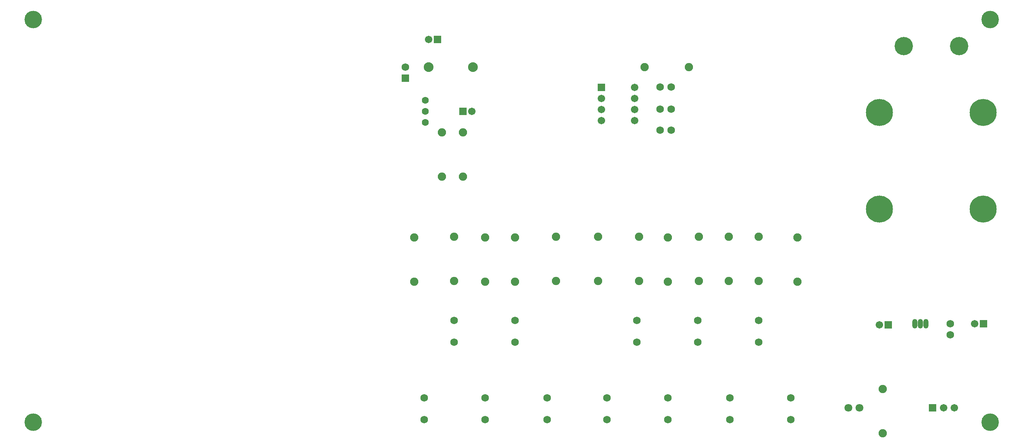
<source format=gbs>
G04 Layer_Color=8150272*
%FSAX24Y24*%
%MOIN*%
G70*
G01*
G75*
%ADD32C,0.0749*%
%ADD33R,0.0690X0.0690*%
%ADD34C,0.0690*%
%ADD35C,0.0671*%
%ADD36R,0.0671X0.0671*%
%ADD37C,0.0680*%
%ADD38C,0.0631*%
%ADD39C,0.0880*%
%ADD40O,0.0474X0.0867*%
%ADD41O,0.0474X0.0867*%
%ADD42C,0.2442*%
%ADD43C,0.1655*%
%ADD44C,0.0710*%
%ADD45C,0.1580*%
D32*
X049800Y028550D02*
D03*
Y024550D02*
D03*
X046200Y028500D02*
D03*
Y024500D02*
D03*
X067000Y043900D02*
D03*
X071000D02*
D03*
X050600Y034000D02*
D03*
Y038000D02*
D03*
X048700D02*
D03*
Y034000D02*
D03*
X088500Y014800D02*
D03*
Y010800D02*
D03*
X052600Y028500D02*
D03*
Y024500D02*
D03*
X059000Y028550D02*
D03*
Y024550D02*
D03*
X062800Y028550D02*
D03*
Y024550D02*
D03*
X066500Y028550D02*
D03*
Y024550D02*
D03*
X069100Y028500D02*
D03*
Y024500D02*
D03*
X071900Y028550D02*
D03*
Y024550D02*
D03*
X074600Y028550D02*
D03*
Y024550D02*
D03*
X077300Y028550D02*
D03*
Y024550D02*
D03*
X080800Y028500D02*
D03*
Y024500D02*
D03*
X055300Y028500D02*
D03*
Y024500D02*
D03*
D33*
X045400Y042900D02*
D03*
D34*
Y043900D02*
D03*
D35*
X094984Y013100D02*
D03*
X094000D02*
D03*
X066100Y039050D02*
D03*
Y040050D02*
D03*
Y041050D02*
D03*
Y042050D02*
D03*
X063100Y039050D02*
D03*
Y040050D02*
D03*
Y041050D02*
D03*
X096806Y020700D02*
D03*
X088206Y020600D02*
D03*
X047506Y046400D02*
D03*
X051394Y039900D02*
D03*
D36*
X093016Y013100D02*
D03*
X063100Y042050D02*
D03*
X097594Y020700D02*
D03*
X088994Y020600D02*
D03*
X048294Y046400D02*
D03*
X050606Y039900D02*
D03*
D37*
X069400Y038200D02*
D03*
X068400D02*
D03*
X069400Y040100D02*
D03*
X068400D02*
D03*
X069400Y042100D02*
D03*
X068400D02*
D03*
X094600Y019700D02*
D03*
Y020700D02*
D03*
X047100Y013984D02*
D03*
Y012016D02*
D03*
X052600Y013984D02*
D03*
Y012016D02*
D03*
X055300Y020984D02*
D03*
Y019016D02*
D03*
X058200Y013984D02*
D03*
Y012016D02*
D03*
X063600Y013984D02*
D03*
Y012016D02*
D03*
X066300Y020984D02*
D03*
Y019016D02*
D03*
X069100Y013984D02*
D03*
Y012016D02*
D03*
X071800Y020984D02*
D03*
Y019016D02*
D03*
X074700Y013984D02*
D03*
Y012016D02*
D03*
X077300Y020984D02*
D03*
Y019016D02*
D03*
X080200Y013984D02*
D03*
Y012016D02*
D03*
X049800Y020984D02*
D03*
Y019016D02*
D03*
D38*
X047200Y039900D02*
D03*
Y040900D02*
D03*
Y038900D02*
D03*
D39*
X047500Y043900D02*
D03*
X051500D02*
D03*
D40*
X091400Y020700D02*
D03*
X091900D02*
D03*
D41*
X092400D02*
D03*
D42*
X097591Y031048D02*
D03*
X088209D02*
D03*
Y039800D02*
D03*
X097591D02*
D03*
D43*
X095400Y045800D02*
D03*
X090400D02*
D03*
D44*
X086400Y013100D02*
D03*
X085400D02*
D03*
D45*
X011800Y048200D02*
D03*
Y011800D02*
D03*
X098200D02*
D03*
Y048200D02*
D03*
M02*

</source>
